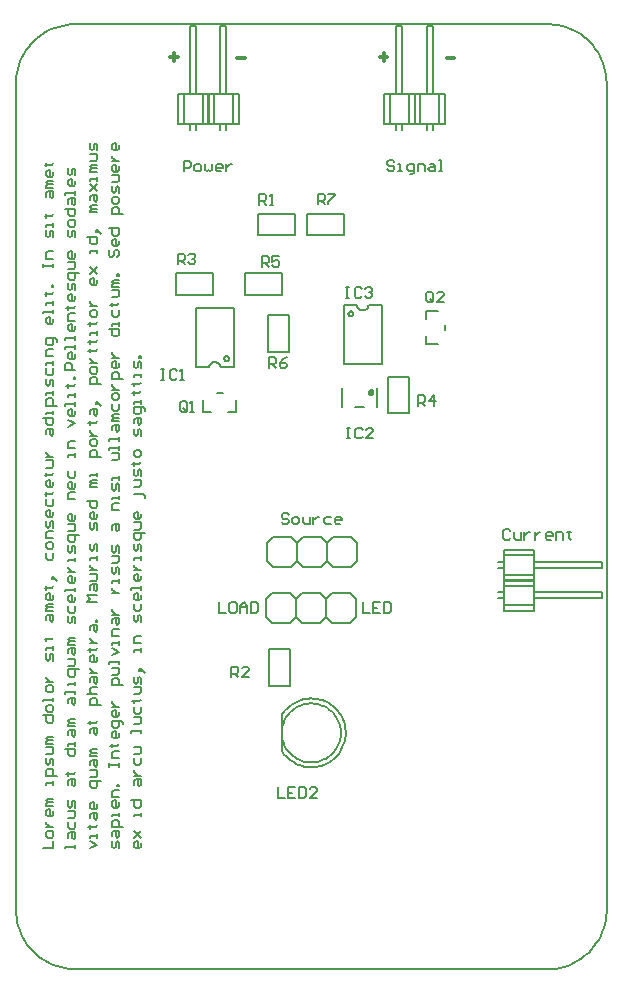
<source format=gto>
%FSDAX24Y24*%
%MOIN*%
%SFA1B1*%

%IPPOS*%
%ADD17C,0.007900*%
%ADD22C,0.011800*%
%LNcurrentsource-1*%
%LPD*%
G54D17*
X048228Y046654D02*
D01*
X048271Y046586*
X048319Y046522*
X048372Y046462*
X048429Y046405*
X048489Y046353*
X048553Y046304*
X048620Y046261*
X048690Y046222*
X048763Y046188*
X048838Y046159*
X048914Y046136*
X048992Y046118*
X049071Y046105*
X049151Y046098*
X049231Y046097*
X049311Y046101*
X049391Y046111*
X049470Y046126*
X049547Y046147*
X049623Y046173*
X049696Y046204*
X049768Y046240*
X049836Y046282*
X049902Y046328*
X049964Y046378*
X050023Y046433*
X050078Y046491*
X050128Y046554*
X050174Y046619*
X050215Y046688*
X050252Y046759*
X050283Y046833*
X050309Y046909*
X050330Y046986*
X050345Y047065*
X050355Y047144*
X050359Y047224*
X050358Y047304*
X050351Y047384*
X050338Y047463*
X050320Y047541*
X050297Y047618*
X050268Y047693*
X050234Y047765*
X050196Y047836*
X050152Y047903*
X050104Y047967*
X050051Y048027*
X049994Y048084*
X049934Y048136*
X049870Y048185*
X049803Y048228*
X049733Y048267*
X049660Y048301*
X049585Y048330*
X049509Y048353*
X049431Y048371*
X049352Y048384*
X049272Y048391*
X049192Y048392*
X049112Y048388*
X049032Y048378*
X048953Y048363*
X048876Y048342*
X048800Y048316*
X048727Y048285*
X048655Y048249*
X048587Y048207*
X048521Y048161*
X048459Y048111*
X048400Y048056*
X048345Y047998*
X048295Y047935*
X048249Y047870*
X048228Y047835*
X050197Y047244D02*
D01*
X050194Y047312*
X050187Y047380*
X050175Y047448*
X050158Y047515*
X050137Y047580*
X050111Y047644*
X050081Y047705*
X050047Y047765*
X050009Y047822*
X049966Y047876*
X049920Y047927*
X049871Y047975*
X049818Y048019*
X049763Y048059*
X049705Y048096*
X049644Y048128*
X049581Y048156*
X049517Y048179*
X049451Y048198*
X049383Y048213*
X049315Y048222*
X049247Y048227*
X049178*
X049110Y048222*
X049042Y048213*
X048974Y048198*
X048908Y048179*
X048844Y048156*
X048781Y048128*
X048721Y048096*
X048662Y048059*
X048607Y048019*
X048554Y047975*
X048505Y047927*
X048459Y047876*
X048416Y047822*
X048378Y047765*
X048344Y047705*
X048314Y047644*
X048288Y047580*
X048267Y047515*
X048250Y047448*
X048238Y047380*
X048231Y047312*
X048229Y047244*
X048231Y047175*
X048238Y047107*
X048250Y047039*
X048267Y046972*
X048288Y046907*
X048314Y046843*
X048344Y046782*
X048378Y046722*
X048416Y046665*
X048459Y046611*
X048505Y046560*
X048554Y046512*
X048607Y046468*
X048662Y046428*
X048721Y046391*
X048781Y046359*
X048844Y046331*
X048908Y046308*
X048974Y046289*
X049042Y046274*
X049110Y046265*
X049178Y046260*
X049247*
X049315Y046265*
X049383Y046274*
X049451Y046289*
X049517Y046308*
X049581Y046331*
X049644Y046359*
X049705Y046391*
X049763Y046428*
X049818Y046468*
X049871Y046512*
X049920Y046560*
X049966Y046611*
X050009Y046665*
X050047Y046722*
X050081Y046782*
X050111Y046843*
X050137Y046907*
X050158Y046972*
X050175Y047039*
X050187Y047107*
X050194Y047175*
X050197Y047244*
X050726Y061494D02*
D01*
X050729Y061480*
X050734Y061467*
X050739Y061454*
X050745Y061441*
X050752Y061429*
X050760Y061417*
X050769Y061406*
X050779Y061396*
X050789Y061386*
X050800Y061377*
X050811Y061369*
X050823Y061362*
X050836Y061355*
X050849Y061350*
X050862Y061345*
X050876Y061341*
X050889Y061338*
X050903Y061337*
X050918Y061336*
X050932Y061336*
X050946Y061337*
X050960Y061339*
X050973Y061342*
X050987Y061346*
X051000Y061351*
X051013Y061357*
X051025Y061364*
X051037Y061371*
X051048Y061380*
X051059Y061389*
X051069Y061399*
X051078Y061409*
X051087Y061421*
X051095Y061432*
X051102Y061445*
X051108Y061457*
X051113Y061470*
X051117Y061484*
X051120Y061494*
X050608Y061219D02*
D01*
X050607Y061224*
X050607Y061229*
X050606Y061235*
X050604Y061240*
X050603Y061246*
X050601Y061251*
X050598Y061256*
X050595Y061260*
X050592Y061265*
X050589Y061269*
X050585Y061273*
X050581Y061277*
X050577Y061281*
X050573Y061284*
X050568Y061287*
X050563Y061290*
X050558Y061292*
X050553Y061294*
X050548Y061295*
X050542Y061296*
X050537Y061297*
X050531Y061297*
X050526*
X050520Y061297*
X050515Y061296*
X050509Y061295*
X050504Y061294*
X050499Y061292*
X050494Y061290*
X050489Y061287*
X050484Y061284*
X050480Y061281*
X050476Y061277*
X050472Y061273*
X050468Y061269*
X050465Y061265*
X050462Y061260*
X050459Y061256*
X050456Y061251*
X050454Y061246*
X050453Y061240*
X050451Y061235*
X050450Y061229*
X050450Y061224*
X050450Y061219*
X050450Y061213*
X050450Y061208*
X050451Y061202*
X050453Y061197*
X050454Y061191*
X050456Y061186*
X050459Y061181*
X050462Y061177*
X050465Y061172*
X050468Y061168*
X050472Y061164*
X050476Y061160*
X050480Y061156*
X050484Y061153*
X050489Y061150*
X050494Y061147*
X050499Y061145*
X050504Y061143*
X050509Y061142*
X050515Y061141*
X050520Y061140*
X050526Y061140*
X050531*
X050537Y061140*
X050542Y061141*
X050548Y061142*
X050553Y061143*
X050558Y061145*
X050563Y061147*
X050568Y061150*
X050573Y061153*
X050577Y061156*
X050581Y061160*
X050585Y061164*
X050589Y061168*
X050592Y061172*
X050595Y061177*
X050598Y061181*
X050601Y061186*
X050603Y061191*
X050604Y061197*
X050606Y061202*
X050607Y061208*
X050607Y061213*
X050608Y061219*
X051246Y058598D02*
D01*
X051245Y058600*
X051245Y058603*
X051245Y058606*
X051244Y058608*
X051243Y058611*
X051242Y058613*
X051241Y058616*
X051240Y058618*
X051238Y058620*
X051236Y058623*
X051235Y058625*
X051233Y058626*
X051231Y058628*
X051228Y058630*
X051226Y058631*
X051224Y058633*
X051221Y058634*
X051219Y058635*
X051216Y058635*
X051213Y058636*
X051211Y058636*
X051208Y058636*
X051205*
X051202Y058636*
X051200Y058636*
X051197Y058635*
X051194Y058635*
X051192Y058634*
X051189Y058633*
X051187Y058631*
X051185Y058630*
X051182Y058628*
X051180Y058626*
X051178Y058625*
X051177Y058623*
X051175Y058620*
X051173Y058618*
X051172Y058616*
X051171Y058613*
X051170Y058611*
X051169Y058608*
X051168Y058606*
X051168Y058603*
X051168Y058600*
X051168Y058598*
X051168Y058595*
X051168Y058592*
X051168Y058589*
X051169Y058587*
X051170Y058584*
X051171Y058582*
X051172Y058579*
X051173Y058577*
X051175Y058575*
X051177Y058572*
X051178Y058570*
X051180Y058569*
X051182Y058567*
X051185Y058565*
X051187Y058564*
X051189Y058562*
X051192Y058561*
X051194Y058560*
X051197Y058560*
X051200Y058559*
X051202Y058559*
X051205Y058559*
X051208*
X051211Y058559*
X051213Y058559*
X051216Y058560*
X051219Y058560*
X051221Y058561*
X051224Y058562*
X051226Y058564*
X051228Y058565*
X051231Y058567*
X051233Y058569*
X051235Y058570*
X051236Y058572*
X051238Y058575*
X051240Y058577*
X051241Y058579*
X051242Y058582*
X051243Y058584*
X051244Y058587*
X051245Y058589*
X051245Y058592*
X051245Y058595*
X051246Y058598*
X051285D02*
D01*
X051284Y058603*
X051284Y058608*
X051283Y058614*
X051281Y058619*
X051280Y058625*
X051278Y058630*
X051275Y058635*
X051272Y058639*
X051269Y058644*
X051266Y058648*
X051262Y058652*
X051258Y058656*
X051254Y058660*
X051250Y058663*
X051245Y058666*
X051240Y058669*
X051235Y058671*
X051230Y058673*
X051225Y058674*
X051219Y058675*
X051214Y058676*
X051208Y058676*
X051203*
X051197Y058676*
X051192Y058675*
X051186Y058674*
X051181Y058673*
X051176Y058671*
X051171Y058669*
X051166Y058666*
X051161Y058663*
X051157Y058660*
X051153Y058656*
X051149Y058652*
X051145Y058648*
X051142Y058644*
X051139Y058639*
X051136Y058635*
X051133Y058630*
X051131Y058625*
X051130Y058619*
X051128Y058614*
X051127Y058608*
X051127Y058603*
X051127Y058598*
X051127Y058592*
X051127Y058587*
X051128Y058581*
X051130Y058576*
X051131Y058570*
X051133Y058565*
X051136Y058560*
X051139Y058556*
X051142Y058551*
X051145Y058547*
X051149Y058543*
X051153Y058539*
X051157Y058535*
X051161Y058532*
X051166Y058529*
X051171Y058526*
X051176Y058524*
X051181Y058522*
X051186Y058521*
X051192Y058520*
X051197Y058519*
X051203Y058519*
X051208*
X051214Y058519*
X051219Y058520*
X051225Y058521*
X051230Y058522*
X051235Y058524*
X051240Y058526*
X051245Y058529*
X051250Y058532*
X051254Y058535*
X051258Y058539*
X051262Y058543*
X051266Y058547*
X051269Y058551*
X051272Y058556*
X051275Y058560*
X051278Y058565*
X051280Y058570*
X051281Y058576*
X051283Y058581*
X051284Y058587*
X051284Y058592*
X051285Y058598*
X046194Y059450D02*
D01*
X046190Y059463*
X046185Y059476*
X046180Y059489*
X046174Y059502*
X046167Y059514*
X046159Y059526*
X046150Y059537*
X046140Y059547*
X046130Y059557*
X046119Y059566*
X046108Y059574*
X046096Y059581*
X046083Y059588*
X046070Y059593*
X046057Y059598*
X046043Y059602*
X046030Y059605*
X046016Y059606*
X046001Y059607*
X045987Y059607*
X045973Y059606*
X045959Y059604*
X045946Y059601*
X045932Y059597*
X045919Y059592*
X045906Y059586*
X045894Y059579*
X045882Y059572*
X045871Y059563*
X045860Y059554*
X045850Y059544*
X045841Y059534*
X045832Y059522*
X045824Y059511*
X045817Y059498*
X045811Y059486*
X045806Y059473*
X045802Y059459*
X045800Y059450*
X046469Y059725D02*
D01*
X046468Y059730*
X046468Y059735*
X046467Y059741*
X046465Y059746*
X046464Y059752*
X046462Y059757*
X046459Y059762*
X046456Y059766*
X046453Y059771*
X046450Y059775*
X046446Y059779*
X046442Y059783*
X046438Y059787*
X046434Y059790*
X046429Y059793*
X046424Y059796*
X046419Y059798*
X046414Y059800*
X046409Y059801*
X046403Y059802*
X046398Y059803*
X046392Y059803*
X046387*
X046381Y059803*
X046376Y059802*
X046370Y059801*
X046365Y059800*
X046360Y059798*
X046355Y059796*
X046350Y059793*
X046345Y059790*
X046341Y059787*
X046337Y059783*
X046333Y059779*
X046329Y059775*
X046326Y059771*
X046323Y059766*
X046320Y059762*
X046317Y059757*
X046315Y059752*
X046314Y059746*
X046312Y059741*
X046311Y059735*
X046311Y059730*
X046311Y059725*
X046311Y059719*
X046311Y059714*
X046312Y059708*
X046314Y059703*
X046315Y059697*
X046317Y059692*
X046320Y059687*
X046323Y059683*
X046326Y059678*
X046329Y059674*
X046333Y059670*
X046337Y059666*
X046341Y059662*
X046345Y059659*
X046350Y059656*
X046355Y059653*
X046360Y059651*
X046365Y059649*
X046370Y059648*
X046376Y059647*
X046381Y059646*
X046387Y059646*
X046392*
X046398Y059646*
X046403Y059647*
X046409Y059648*
X046414Y059649*
X046419Y059651*
X046424Y059653*
X046429Y059656*
X046434Y059659*
X046438Y059662*
X046442Y059666*
X046446Y059670*
X046450Y059674*
X046453Y059678*
X046456Y059683*
X046459Y059687*
X046462Y059692*
X046464Y059697*
X046465Y059703*
X046467Y059708*
X046468Y059714*
X046468Y059719*
X046469Y059725*
X047756Y059950D02*
X048464D01*
X047756D02*
Y061170D01*
X048464*
Y059950D02*
Y061170D01*
X048220Y061856D02*
Y062564D01*
X047000Y061856D02*
X048220D01*
X047000D02*
Y062564D01*
X048220*
X051756Y057900D02*
X052464D01*
X051756D02*
Y059120D01*
X052464*
Y057900D02*
Y059120D01*
X044700Y061856D02*
Y062564D01*
X045920*
Y061856D02*
Y062564D01*
X044700Y061856D02*
X045920D01*
X047796Y050030D02*
X048504D01*
Y048810D02*
Y050030D01*
X047796Y048810D02*
X048504D01*
X047796D02*
Y050030D01*
X053035Y060209D02*
Y060484D01*
Y060209D02*
X053429D01*
X053035Y061311D02*
X053429D01*
X053035Y061036D02*
Y061311D01*
X053665Y060662D02*
Y060858D01*
X046436Y057935D02*
X046711D01*
Y058329*
X045609Y057935D02*
Y058329D01*
Y057935D02*
X045884D01*
X046062Y058565D02*
X046258D01*
X048228Y046654D02*
Y047835D01*
X051553Y060549D02*
Y061416D01*
Y059526D02*
Y060549D01*
X050293Y059526D02*
X051553D01*
X050293D02*
Y061494D01*
X050726*
X051120D02*
X051553D01*
Y061416D02*
Y061494D01*
X050222Y058125D02*
Y058755D01*
X050655Y058125D02*
X050970D01*
X051403D02*
Y058755D01*
X045367Y059528D02*
Y060395D01*
Y061418*
X046627*
Y059450D02*
Y061418D01*
X046194Y059450D02*
X046627D01*
X045367D02*
X045800D01*
X045367D02*
Y059528D01*
X048513Y051920D02*
X048713Y051720D01*
X047913Y050920D02*
X048513D01*
X047713Y051120D02*
X047913Y050920D01*
X047713Y051120D02*
Y051420D01*
X048513Y050920D02*
X048713Y051120D01*
Y051720*
X047913Y051920D02*
X048513D01*
X047713Y051720D02*
X047913Y051920D01*
X047713Y051420D02*
Y051720D01*
X048713Y051420D02*
Y051720D01*
X048913Y051920*
X049513*
X049713Y051120D02*
Y051720D01*
X049513Y050920D02*
X049713Y051120D01*
X048713D02*
Y051420D01*
Y051120D02*
X048913Y050920D01*
X049513*
Y051920D02*
X049713Y051720D01*
Y051420D02*
Y051720D01*
X049913Y051920*
X050513*
X050713Y051120D02*
Y051720D01*
X050513Y050920D02*
X050713Y051120D01*
X049713D02*
Y051420D01*
Y051120D02*
X049913Y050920D01*
X050513*
Y051920D02*
X050713Y051720D01*
X044776Y067529D02*
Y068529D01*
X045376D02*
Y070799D01*
X045176Y068529D02*
Y070799D01*
X045376*
X045176Y067329D02*
Y067529D01*
X045376Y067329D02*
Y067529D01*
X044953Y067531D02*
Y068516D01*
X045795Y067529D02*
Y068529D01*
X045598Y067531D02*
Y068516D01*
X044776Y068529D02*
X045795D01*
X044776Y067529D02*
X045795D01*
X045784D02*
X046804D01*
X045784Y068529D02*
X046804D01*
X046607Y067531D02*
Y068516D01*
X046804Y067529D02*
Y068529D01*
X045962Y067531D02*
Y068516D01*
X046384Y067329D02*
Y067529D01*
X046184Y067329D02*
Y067529D01*
Y070799D02*
X046384D01*
X046184Y068529D02*
Y070799D01*
X046384Y068529D02*
Y070799D01*
X045784Y067529D02*
Y068529D01*
X051650Y067529D02*
Y068529D01*
X052250D02*
Y070799D01*
X052050Y068529D02*
Y070799D01*
X052250*
X052050Y067329D02*
Y067529D01*
X052250Y067329D02*
Y067529D01*
X051827Y067531D02*
Y068516D01*
X052669Y067529D02*
Y068529D01*
X052472Y067531D02*
Y068516D01*
X051650Y068529D02*
X052669D01*
X051650Y067529D02*
X052669D01*
X052658D02*
X053678D01*
X052658Y068529D02*
X053678D01*
X053481Y067531D02*
Y068516D01*
X053678Y067529D02*
Y068529D01*
X052836Y067531D02*
Y068516D01*
X053258Y067329D02*
Y067529D01*
X053058Y067329D02*
Y067529D01*
Y070799D02*
X053258D01*
X053058Y068529D02*
Y070799D01*
X053258Y068529D02*
Y070799D01*
X052658Y067529D02*
Y068529D01*
X050540Y053790D02*
X050740Y053590D01*
X049940Y052790D02*
X050540D01*
X049740Y052990D02*
X049940Y052790D01*
X049740Y052990D02*
Y053290D01*
X050540Y052790D02*
X050740Y052990D01*
Y053590*
X049940Y053790D02*
X050540D01*
X049740Y053590D02*
X049940Y053790D01*
X049740Y053290D02*
Y053590D01*
X049540Y053790D02*
X049740Y053590D01*
X048940Y052790D02*
X049540D01*
X048740Y052990D02*
X048940Y052790D01*
X048740Y052990D02*
Y053290D01*
X049540Y052790D02*
X049740Y052990D01*
Y053590*
X048940Y053790D02*
X049540D01*
X048740Y053590D02*
X048940Y053790D01*
X048740Y053290D02*
Y053590D01*
X047740Y053290D02*
Y053590D01*
X047940Y053790*
X048540*
X048740Y052990D02*
Y053590D01*
X048540Y052790D02*
X048740Y052990D01*
X047740D02*
Y053290D01*
Y052990D02*
X047940Y052790D01*
X048540*
Y053790D02*
X048740Y053590D01*
X047440Y063826D02*
X048660D01*
Y064534*
X047440D02*
X048660D01*
X047440Y063826D02*
Y064534D01*
X049080Y063826D02*
X050300D01*
Y064534*
X049080D02*
X050300D01*
X049080Y063826D02*
Y064534D01*
X055620Y053340D02*
X056620D01*
Y052740D02*
X058890D01*
X056620Y052940D02*
X058890D01*
Y052740D02*
Y052940D01*
X055420D02*
X055620D01*
X055420Y052740D02*
X055620D01*
X055622Y053163D02*
X056607D01*
X055620Y052320D02*
X056620D01*
X055622Y052517D02*
X056607D01*
X056620Y052320D02*
Y053340D01*
X055620Y052320D02*
Y053340D01*
Y051311D02*
Y052331D01*
X056620Y051311D02*
Y052331D01*
X055622Y051508D02*
X056607D01*
X055620Y051311D02*
X056620D01*
X055622Y052154D02*
X056607D01*
X055420Y051731D02*
X055620D01*
X055420Y051931D02*
X055620D01*
X058890Y051731D02*
Y051931D01*
X056620D02*
X058890D01*
X056620Y051731D02*
X058890D01*
X055620Y052331D02*
X056620D01*
X040261Y043399D02*
X040615D01*
Y043635*
Y043812D02*
Y043930D01*
X040556Y043989*
X040438*
X040379Y043930*
Y043812*
X040438Y043753*
X040556*
X040615Y043812*
X040379Y044107D02*
X040615D01*
X040497*
X040438Y044166*
X040379Y044225*
Y044284*
X040615Y044639D02*
Y044520D01*
X040556Y044461*
X040438*
X040379Y044520*
Y044639*
X040438Y044698*
X040497*
Y044461*
X040615Y044816D02*
X040379D01*
Y044875*
X040438Y044934*
X040615*
X040438*
X040379Y044993*
X040438Y045052*
X040615*
Y045524D02*
Y045642D01*
Y045583*
X040379*
Y045524*
X040733Y045819D02*
X040379D01*
Y045996*
X040438Y046055*
X040556*
X040615Y045996*
Y045819*
Y046173D02*
Y046351D01*
X040556Y046410*
X040497Y046351*
Y046232*
X040438Y046173*
X040379Y046232*
Y046410*
Y046528D02*
X040556D01*
X040615Y046587*
Y046764*
X040379*
X040615Y046882D02*
X040379D01*
Y046941*
X040438Y047000*
X040615*
X040438*
X040379Y047059*
X040438Y047118*
X040615*
X040261Y047826D02*
X040615D01*
Y047649*
X040556Y047590*
X040438*
X040379Y047649*
Y047826*
X040615Y048004D02*
Y048122D01*
X040556Y048181*
X040438*
X040379Y048122*
Y048004*
X040438Y047945*
X040556*
X040615Y048004*
Y048299D02*
Y048417D01*
Y048358*
X040261*
Y048299*
X040615Y048653D02*
Y048771D01*
X040556Y048830*
X040438*
X040379Y048771*
Y048653*
X040438Y048594*
X040556*
X040615Y048653*
X040379Y048948D02*
X040615D01*
X040497*
X040438Y049007*
X040379Y049066*
Y049125*
X040615Y049657D02*
Y049834D01*
X040556Y049893*
X040497Y049834*
Y049716*
X040438Y049657*
X040379Y049716*
Y049893*
X040615Y050011D02*
Y050129D01*
Y050070*
X040379*
Y050011*
X040320Y050365D02*
X040379D01*
Y050306*
Y050424*
Y050365*
X040556*
X040615Y050424*
X040379Y051014D02*
Y051132D01*
X040438Y051191*
X040615*
Y051014*
X040556Y050955*
X040497Y051014*
Y051191*
X040615Y051310D02*
X040379D01*
Y051369*
X040438Y051428*
X040615*
X040438*
X040379Y051487*
X040438Y051546*
X040615*
Y051841D02*
Y051723D01*
X040556Y051664*
X040438*
X040379Y051723*
Y051841*
X040438Y051900*
X040497*
Y051664*
X040320Y052077D02*
X040379D01*
Y052018*
Y052136*
Y052077*
X040556*
X040615Y052136*
X040674Y052372D02*
X040615Y052431D01*
X040556*
Y052372*
X040615*
Y052431*
X040674Y052372*
X040733Y052313*
X040379Y053258D02*
Y053081D01*
X040438Y053022*
X040556*
X040615Y053081*
Y053258*
Y053435D02*
Y053553D01*
X040556Y053612*
X040438*
X040379Y053553*
Y053435*
X040438Y053376*
X040556*
X040615Y053435*
Y053730D02*
X040379D01*
Y053907*
X040438Y053966*
X040615*
Y054084D02*
Y054261D01*
X040556Y054320*
X040497Y054261*
Y054143*
X040438Y054084*
X040379Y054143*
Y054320*
X040615Y054616D02*
Y054498D01*
X040556Y054438*
X040438*
X040379Y054498*
Y054616*
X040438Y054675*
X040497*
Y054438*
X040379Y055029D02*
Y054852D01*
X040438Y054793*
X040556*
X040615Y054852*
Y055029*
X040320Y055206D02*
X040379D01*
Y055147*
Y055265*
Y055206*
X040556*
X040615Y055265*
Y055619D02*
Y055501D01*
X040556Y055442*
X040438*
X040379Y055501*
Y055619*
X040438Y055678*
X040497*
Y055442*
X040320Y055855D02*
X040379D01*
Y055796*
Y055914*
Y055855*
X040556*
X040615Y055914*
X040379Y056091D02*
X040556D01*
X040615Y056151*
Y056328*
X040379*
Y056446D02*
X040615D01*
X040497*
X040438Y056505*
X040379Y056564*
Y056623*
Y057213D02*
Y057331D01*
X040438Y057390*
X040615*
Y057213*
X040556Y057154*
X040497Y057213*
Y057390*
X040261Y057744D02*
X040615D01*
Y057567*
X040556Y057508*
X040438*
X040379Y057567*
Y057744*
X040615Y057863D02*
Y057981D01*
Y057922*
X040379*
Y057863*
X040733Y058158D02*
X040379D01*
Y058335*
X040438Y058394*
X040556*
X040615Y058335*
Y058158*
Y058512D02*
Y058630D01*
Y058571*
X040379*
Y058512*
X040615Y058807D02*
Y058984D01*
X040556Y059043*
X040497Y058984*
Y058866*
X040438Y058807*
X040379Y058866*
Y059043*
Y059398D02*
Y059220D01*
X040438Y059161*
X040556*
X040615Y059220*
Y059398*
Y059516D02*
Y059634D01*
Y059575*
X040379*
Y059516*
X040615Y059811D02*
X040379D01*
Y059988*
X040438Y060047*
X040615*
X040733Y060283D02*
Y060342D01*
X040674Y060401*
X040379*
Y060224*
X040438Y060165*
X040556*
X040615Y060224*
Y060401*
Y061051D02*
Y060932D01*
X040556Y060873*
X040438*
X040379Y060932*
Y061051*
X040438Y061110*
X040497*
Y060873*
X040615Y061228D02*
Y061346D01*
Y061287*
X040261*
Y061228*
X040615Y061523D02*
Y061641D01*
Y061582*
X040379*
Y061523*
X040320Y061877D02*
X040379D01*
Y061818*
Y061936*
Y061877*
X040556*
X040615Y061936*
Y062113D02*
X040556D01*
Y062172*
X040615*
Y062113*
X040261Y062763D02*
Y062881D01*
Y062822*
X040615*
Y062763*
Y062881*
Y063058D02*
X040379D01*
Y063235*
X040438Y063294*
X040615*
Y063766D02*
Y063943D01*
X040556Y064002*
X040497Y063943*
Y063825*
X040438Y063766*
X040379Y063825*
Y064002*
X040615Y064120D02*
Y064238D01*
Y064179*
X040379*
Y064120*
X040320Y064475D02*
X040379D01*
Y064416*
Y064534*
Y064475*
X040556*
X040615Y064534*
X040379Y065124D02*
Y065242D01*
X040438Y065301*
X040615*
Y065124*
X040556Y065065*
X040497Y065124*
Y065301*
X040615Y065419D02*
X040379D01*
Y065478*
X040438Y065537*
X040615*
X040438*
X040379Y065596*
X040438Y065655*
X040615*
Y065950D02*
Y065832D01*
X040556Y065773*
X040438*
X040379Y065832*
Y065950*
X040438Y066010*
X040497*
Y065773*
X040320Y066187D02*
X040379D01*
Y066128*
Y066246*
Y066187*
X040556*
X040615Y066246*
X041347Y043399D02*
Y043517D01*
Y043458*
X040993*
Y043399*
X041111Y043753D02*
Y043871D01*
X041170Y043930*
X041347*
Y043753*
X041288Y043694*
X041229Y043753*
Y043930*
X041111Y044284D02*
Y044107D01*
X041170Y044048*
X041288*
X041347Y044107*
Y044284*
X041111Y044402D02*
X041288D01*
X041347Y044461*
Y044639*
X041111*
X041347Y044757D02*
Y044934D01*
X041288Y044993*
X041229Y044934*
Y044816*
X041170Y044757*
X041111Y044816*
Y044993*
Y045524D02*
Y045642D01*
X041170Y045701*
X041347*
Y045524*
X041288Y045465*
X041229Y045524*
Y045701*
X041052Y045878D02*
X041111D01*
Y045819*
Y045937*
Y045878*
X041288*
X041347Y045937*
X040993Y046705D02*
X041347D01*
Y046528*
X041288Y046469*
X041170*
X041111Y046528*
Y046705*
X041347Y046823D02*
Y046941D01*
Y046882*
X041111*
Y046823*
Y047177D02*
Y047295D01*
X041170Y047354*
X041347*
Y047177*
X041288Y047118*
X041229Y047177*
Y047354*
X041347Y047472D02*
X041111D01*
Y047531*
X041170Y047590*
X041347*
X041170*
X041111Y047649*
X041170Y047708*
X041347*
X041111Y048240D02*
Y048358D01*
X041170Y048417*
X041347*
Y048240*
X041288Y048181*
X041229Y048240*
Y048417*
X041347Y048535D02*
Y048653D01*
Y048594*
X040993*
Y048535*
X041347Y048830D02*
Y048948D01*
Y048889*
X041111*
Y048830*
X041465Y049361D02*
X041111D01*
Y049184*
X041170Y049125*
X041288*
X041347Y049184*
Y049361*
X041111Y049479D02*
X041288D01*
X041347Y049538*
Y049716*
X041111*
Y049893D02*
Y050011D01*
X041170Y050070*
X041347*
Y049893*
X041288Y049834*
X041229Y049893*
Y050070*
X041347Y050188D02*
X041111D01*
Y050247*
X041170Y050306*
X041347*
X041170*
X041111Y050365*
X041170Y050424*
X041347*
Y050896D02*
Y051073D01*
X041288Y051132*
X041229Y051073*
Y050955*
X041170Y050896*
X041111Y050955*
Y051132*
Y051487D02*
Y051310D01*
X041170Y051251*
X041288*
X041347Y051310*
Y051487*
Y051782D02*
Y051664D01*
X041288Y051605*
X041170*
X041111Y051664*
Y051782*
X041170Y051841*
X041229*
Y051605*
X041347Y051959D02*
Y052077D01*
Y052018*
X040993*
Y051959*
X041347Y052431D02*
Y052313D01*
X041288Y052254*
X041170*
X041111Y052313*
Y052431*
X041170Y052490*
X041229*
Y052254*
X041111Y052608D02*
X041347D01*
X041229*
X041170Y052667*
X041111Y052726*
Y052785*
X041347Y052963D02*
Y053081D01*
Y053022*
X041111*
Y052963*
X041347Y053258D02*
Y053435D01*
X041288Y053494*
X041229Y053435*
Y053317*
X041170Y053258*
X041111Y053317*
Y053494*
X041465Y053848D02*
X041111D01*
Y053671*
X041170Y053612*
X041288*
X041347Y053671*
Y053848*
X041111Y053966D02*
X041288D01*
X041347Y054025*
Y054202*
X041111*
X041347Y054498D02*
Y054379D01*
X041288Y054320*
X041170*
X041111Y054379*
Y054498*
X041170Y054557*
X041229*
Y054320*
X041347Y055029D02*
X041111D01*
Y055206*
X041170Y055265*
X041347*
Y055560D02*
Y055442D01*
X041288Y055383*
X041170*
X041111Y055442*
Y055560*
X041170Y055619*
X041229*
Y055383*
X041111Y055973D02*
Y055796D01*
X041170Y055737*
X041288*
X041347Y055796*
Y055973*
Y056446D02*
Y056564D01*
Y056505*
X041111*
Y056446*
X041347Y056741D02*
X041111D01*
Y056918*
X041170Y056977*
X041347*
X041111Y057449D02*
X041347Y057567D01*
X041111Y057685*
X041347Y057981D02*
Y057863D01*
X041288Y057804*
X041170*
X041111Y057863*
Y057981*
X041170Y058040*
X041229*
Y057804*
X041347Y058158D02*
Y058276D01*
Y058217*
X040993*
Y058158*
X041347Y058453D02*
Y058571D01*
Y058512*
X041111*
Y058453*
X041052Y058807D02*
X041111D01*
Y058748*
Y058866*
Y058807*
X041288*
X041347Y058866*
Y059043D02*
X041288D01*
Y059102*
X041347*
Y059043*
Y059338D02*
X040993D01*
Y059516*
X041052Y059575*
X041170*
X041229Y059516*
Y059338*
X041347Y059870D02*
Y059752D01*
X041288Y059693*
X041170*
X041111Y059752*
Y059870*
X041170Y059929*
X041229*
Y059693*
X041347Y060047D02*
Y060165D01*
Y060106*
X040993*
Y060047*
X041347Y060342D02*
Y060460D01*
Y060401*
X040993*
Y060342*
X041347Y060814D02*
Y060696D01*
X041288Y060637*
X041170*
X041111Y060696*
Y060814*
X041170Y060873*
X041229*
Y060637*
X041347Y060991D02*
X041111D01*
Y061169*
X041170Y061228*
X041347*
X041052Y061405D02*
X041111D01*
Y061346*
Y061464*
Y061405*
X041288*
X041347Y061464*
Y061818D02*
Y061700D01*
X041288Y061641*
X041170*
X041111Y061700*
Y061818*
X041170Y061877*
X041229*
Y061641*
X041347Y061995D02*
Y062172D01*
X041288Y062231*
X041229Y062172*
Y062054*
X041170Y061995*
X041111Y062054*
Y062231*
X041465Y062585D02*
X041111D01*
Y062408*
X041170Y062349*
X041288*
X041347Y062408*
Y062585*
X041111Y062704D02*
X041288D01*
X041347Y062763*
Y062940*
X041111*
X041347Y063235D02*
Y063117D01*
X041288Y063058*
X041170*
X041111Y063117*
Y063235*
X041170Y063294*
X041229*
Y063058*
X041347Y063766D02*
Y063943D01*
X041288Y064002*
X041229Y063943*
Y063825*
X041170Y063766*
X041111Y063825*
Y064002*
X041347Y064179D02*
Y064297D01*
X041288Y064357*
X041170*
X041111Y064297*
Y064179*
X041170Y064120*
X041288*
X041347Y064179*
X040993Y064711D02*
X041347D01*
Y064534*
X041288Y064475*
X041170*
X041111Y064534*
Y064711*
Y064888D02*
Y065006D01*
X041170Y065065*
X041347*
Y064888*
X041288Y064829*
X041229Y064888*
Y065065*
X041347Y065183D02*
Y065301D01*
Y065242*
X040993*
Y065183*
X041347Y065655D02*
Y065537D01*
X041288Y065478*
X041170*
X041111Y065537*
Y065655*
X041170Y065714*
X041229*
Y065478*
X041347Y065832D02*
Y066010D01*
X041288Y066069*
X041229Y066010*
Y065891*
X041170Y065832*
X041111Y065891*
Y066069*
X041843Y043399D02*
X042079Y043517D01*
X041843Y043635*
X042079Y043753D02*
Y043871D01*
Y043812*
X041843*
Y043753*
X041784Y044107D02*
X041843D01*
Y044048*
Y044166*
Y044107*
X042020*
X042079Y044166*
X041843Y044402D02*
Y044520D01*
X041902Y044579*
X042079*
Y044402*
X042020Y044343*
X041961Y044402*
Y044579*
X042079Y044875D02*
Y044757D01*
X042020Y044698*
X041902*
X041843Y044757*
Y044875*
X041902Y044934*
X041961*
Y044698*
X042197Y045642D02*
X041843D01*
Y045465*
X041902Y045406*
X042020*
X042079Y045465*
Y045642*
X041843Y045760D02*
X042020D01*
X042079Y045819*
Y045996*
X041843*
Y046173D02*
Y046291D01*
X041902Y046351*
X042079*
Y046173*
X042020Y046114*
X041961Y046173*
Y046351*
X042079Y046469D02*
X041843D01*
Y046528*
X041902Y046587*
X042079*
X041902*
X041843Y046646*
X041902Y046705*
X042079*
X041843Y047236D02*
Y047354D01*
X041902Y047413*
X042079*
Y047236*
X042020Y047177*
X041961Y047236*
Y047413*
X041784Y047590D02*
X041843D01*
Y047531*
Y047649*
Y047590*
X042020*
X042079Y047649*
X042197Y048181D02*
X041843D01*
Y048358*
X041902Y048417*
X042020*
X042079Y048358*
Y048181*
X041725Y048535D02*
X042079D01*
X041902*
X041843Y048594*
Y048712*
X041902Y048771*
X042079*
X041843Y048948D02*
Y049066D01*
X041902Y049125*
X042079*
Y048948*
X042020Y048889*
X041961Y048948*
Y049125*
X041843Y049243D02*
X042079D01*
X041961*
X041902Y049302*
X041843Y049361*
Y049420*
X042079Y049775D02*
Y049657D01*
X042020Y049598*
X041902*
X041843Y049657*
Y049775*
X041902Y049834*
X041961*
Y049598*
X041784Y050011D02*
X041843D01*
Y049952*
Y050070*
Y050011*
X042020*
X042079Y050070*
X041843Y050247D02*
X042079D01*
X041961*
X041902Y050306*
X041843Y050365*
Y050424*
Y050660D02*
Y050778D01*
X041902Y050837*
X042079*
Y050660*
X042020Y050601*
X041961Y050660*
Y050837*
X042079Y050955D02*
X042020D01*
Y051014*
X042079*
Y050955*
Y051605D02*
X041725D01*
X041843Y051723*
X041725Y051841*
X042079*
X041843Y052018D02*
Y052136D01*
X041902Y052195*
X042079*
Y052018*
X042020Y051959*
X041961Y052018*
Y052195*
X041843Y052313D02*
X042020D01*
X042079Y052372*
Y052549*
X041843*
Y052667D02*
X042079D01*
X041961*
X041902Y052726*
X041843Y052785*
Y052845*
X042079Y053022D02*
Y053140D01*
Y053081*
X041843*
Y053022*
X042079Y053317D02*
Y053494D01*
X042020Y053553*
X041961Y053494*
Y053376*
X041902Y053317*
X041843Y053376*
Y053553*
X042079Y054025D02*
Y054202D01*
X042020Y054261*
X041961Y054202*
Y054084*
X041902Y054025*
X041843Y054084*
Y054261*
X042079Y054557D02*
Y054438D01*
X042020Y054379*
X041902*
X041843Y054438*
Y054557*
X041902Y054616*
X041961*
Y054379*
X041725Y054970D02*
X042079D01*
Y054793*
X042020Y054734*
X041902*
X041843Y054793*
Y054970*
X042079Y055442D02*
X041843D01*
Y055501*
X041902Y055560*
X042079*
X041902*
X041843Y055619*
X041902Y055678*
X042079*
Y055796D02*
Y055914D01*
Y055855*
X041843*
Y055796*
X042197Y056446D02*
X041843D01*
Y056623*
X041902Y056682*
X042020*
X042079Y056623*
Y056446*
Y056859D02*
Y056977D01*
X042020Y057036*
X041902*
X041843Y056977*
Y056859*
X041902Y056800*
X042020*
X042079Y056859*
X041843Y057154D02*
X042079D01*
X041961*
X041902Y057213*
X041843Y057272*
Y057331*
X041784Y057567D02*
X041843D01*
Y057508*
Y057626*
Y057567*
X042020*
X042079Y057626*
X041843Y057863D02*
Y057981D01*
X041902Y058040*
X042079*
Y057863*
X042020Y057804*
X041961Y057863*
Y058040*
X042138Y058217D02*
X042079Y058276D01*
X042020*
Y058217*
X042079*
Y058276*
X042138Y058217*
X042197Y058158*
Y058866D02*
X041843D01*
Y059043*
X041902Y059102*
X042020*
X042079Y059043*
Y058866*
Y059279D02*
Y059398D01*
X042020Y059457*
X041902*
X041843Y059398*
Y059279*
X041902Y059220*
X042020*
X042079Y059279*
X041843Y059575D02*
X042079D01*
X041961*
X041902Y059634*
X041843Y059693*
Y059752*
X041784Y059988D02*
X041843D01*
Y059929*
Y060047*
Y059988*
X042020*
X042079Y060047*
X041784Y060283D02*
X041843D01*
Y060224*
Y060342*
Y060283*
X042020*
X042079Y060342*
Y060519D02*
Y060637D01*
Y060578*
X041843*
Y060519*
X041784Y060873D02*
X041843D01*
Y060814*
Y060932*
Y060873*
X042020*
X042079Y060932*
Y061169D02*
Y061287D01*
X042020Y061346*
X041902*
X041843Y061287*
Y061169*
X041902Y061110*
X042020*
X042079Y061169*
X041843Y061464D02*
X042079D01*
X041961*
X041902Y061523*
X041843Y061582*
Y061641*
X042079Y062349D02*
Y062231D01*
X042020Y062172*
X041902*
X041843Y062231*
Y062349*
X041902Y062408*
X041961*
Y062172*
X041843Y062526D02*
X042079Y062763D01*
X041961Y062644*
X041843Y062763*
X042079Y062526*
Y063235D02*
Y063353D01*
Y063294*
X041843*
Y063235*
X041725Y063766D02*
X042079D01*
Y063589*
X042020Y063530*
X041902*
X041843Y063589*
Y063766*
X042138Y063943D02*
X042079Y064002D01*
X042020*
Y063943*
X042079*
Y064002*
X042138Y063943*
X042197Y063884*
X042079Y064593D02*
X041843D01*
Y064652*
X041902Y064711*
X042079*
X041902*
X041843Y064770*
X041902Y064829*
X042079*
X041843Y065006D02*
Y065124D01*
X041902Y065183*
X042079*
Y065006*
X042020Y064947*
X041961Y065006*
Y065183*
X041843Y065301D02*
X042079Y065537D01*
X041961Y065419*
X041843Y065537*
X042079Y065301*
Y065655D02*
Y065773D01*
Y065714*
X041843*
Y065655*
X042079Y065950D02*
X041843D01*
Y066010*
X041902Y066069*
X042079*
X041902*
X041843Y066128*
X041902Y066187*
X042079*
X041843Y066305D02*
X042020D01*
X042079Y066364*
Y066541*
X041843*
X042079Y066659D02*
Y066836D01*
X042020Y066895*
X041961Y066836*
Y066718*
X041902Y066659*
X041843Y066718*
Y066895*
X042811Y043399D02*
Y043576D01*
X042752Y043635*
X042693Y043576*
Y043458*
X042634Y043399*
X042575Y043458*
Y043635*
Y043812D02*
Y043930D01*
X042634Y043989*
X042811*
Y043812*
X042752Y043753*
X042693Y043812*
Y043989*
X042929Y044107D02*
X042575D01*
Y044284*
X042634Y044343*
X042752*
X042811Y044284*
Y044107*
Y044461D02*
Y044579D01*
Y044520*
X042575*
Y044461*
X042811Y044934D02*
Y044816D01*
X042752Y044757*
X042634*
X042575Y044816*
Y044934*
X042634Y044993*
X042693*
Y044757*
X042811Y045111D02*
X042575D01*
Y045288*
X042634Y045347*
X042811*
Y045465D02*
X042752D01*
Y045524*
X042811*
Y045465*
X042457Y046114D02*
Y046232D01*
Y046173*
X042811*
Y046114*
Y046232*
Y046410D02*
X042575D01*
Y046587*
X042634Y046646*
X042811*
X042516Y046823D02*
X042575D01*
Y046764*
Y046882*
Y046823*
X042752*
X042811Y046882*
Y047236D02*
Y047118D01*
X042752Y047059*
X042634*
X042575Y047118*
Y047236*
X042634Y047295*
X042693*
Y047059*
X042929Y047531D02*
Y047590D01*
X042870Y047649*
X042575*
Y047472*
X042634Y047413*
X042752*
X042811Y047472*
Y047649*
Y047945D02*
Y047826D01*
X042752Y047767*
X042634*
X042575Y047826*
Y047945*
X042634Y048004*
X042693*
Y047767*
X042575Y048122D02*
X042811D01*
X042693*
X042634Y048181*
X042575Y048240*
Y048299*
X042929Y048830D02*
X042575D01*
Y049007*
X042634Y049066*
X042752*
X042811Y049007*
Y048830*
X042575Y049184D02*
X042752D01*
X042811Y049243*
Y049420*
X042575*
X042811Y049538D02*
Y049657D01*
Y049598*
X042457*
Y049538*
X042575Y049834D02*
X042811Y049952D01*
X042575Y050070*
X042811Y050188D02*
Y050306D01*
Y050247*
X042575*
Y050188*
X042811Y050483D02*
X042575D01*
Y050660*
X042634Y050719*
X042811*
X042575Y050896D02*
Y051014D01*
X042634Y051073*
X042811*
Y050896*
X042752Y050837*
X042693Y050896*
Y051073*
X042575Y051191D02*
X042811D01*
X042693*
X042634Y051251*
X042575Y051310*
Y051369*
Y051900D02*
X042811D01*
X042693*
X042634Y051959*
X042575Y052018*
Y052077*
X042811Y052254D02*
Y052372D01*
Y052313*
X042575*
Y052254*
X042811Y052549D02*
Y052726D01*
X042752Y052785*
X042693Y052726*
Y052608*
X042634Y052549*
X042575Y052608*
Y052785*
Y052904D02*
X042752D01*
X042811Y052963*
Y053140*
X042575*
X042811Y053258D02*
Y053435D01*
X042752Y053494*
X042693Y053435*
Y053317*
X042634Y053258*
X042575Y053317*
Y053494*
Y054025D02*
Y054143D01*
X042634Y054202*
X042811*
Y054025*
X042752Y053966*
X042693Y054025*
Y054202*
X042811Y054675D02*
X042575D01*
Y054852*
X042634Y054911*
X042811*
Y055029D02*
Y055147D01*
Y055088*
X042575*
Y055029*
X042811Y055324D02*
Y055501D01*
X042752Y055560*
X042693Y055501*
Y055383*
X042634Y055324*
X042575Y055383*
Y055560*
X042811Y055678D02*
Y055796D01*
Y055737*
X042575*
Y055678*
Y056328D02*
X042752D01*
X042811Y056387*
Y056564*
X042575*
X042811Y056682D02*
Y056800D01*
Y056741*
X042457*
Y056682*
X042811Y056977D02*
Y057095D01*
Y057036*
X042457*
Y056977*
X042575Y057331D02*
Y057449D01*
X042634Y057508*
X042811*
Y057331*
X042752Y057272*
X042693Y057331*
Y057508*
X042811Y057626D02*
X042575D01*
Y057685*
X042634Y057744*
X042811*
X042634*
X042575Y057804*
X042634Y057863*
X042811*
X042575Y058217D02*
Y058040D01*
X042634Y057981*
X042752*
X042811Y058040*
Y058217*
Y058394D02*
Y058512D01*
X042752Y058571*
X042634*
X042575Y058512*
Y058394*
X042634Y058335*
X042752*
X042811Y058394*
X042575Y058689D02*
X042811D01*
X042693*
X042634Y058748*
X042575Y058807*
Y058866*
X042929Y059043D02*
X042575D01*
Y059220*
X042634Y059279*
X042752*
X042811Y059220*
Y059043*
Y059575D02*
Y059457D01*
X042752Y059398*
X042634*
X042575Y059457*
Y059575*
X042634Y059634*
X042693*
Y059398*
X042575Y059752D02*
X042811D01*
X042693*
X042634Y059811*
X042575Y059870*
Y059929*
X042457Y060696D02*
X042811D01*
Y060519*
X042752Y060460*
X042634*
X042575Y060519*
Y060696*
X042811Y060814D02*
Y060932D01*
Y060873*
X042575*
Y060814*
Y061346D02*
Y061169D01*
X042634Y061110*
X042752*
X042811Y061169*
Y061346*
X042516Y061523D02*
X042575D01*
Y061464*
Y061582*
Y061523*
X042752*
X042811Y061582*
X042575Y061759D02*
X042752D01*
X042811Y061818*
Y061995*
X042575*
X042811Y062113D02*
X042575D01*
Y062172*
X042634Y062231*
X042811*
X042634*
X042575Y062290*
X042634Y062349*
X042811*
Y062467D02*
X042752D01*
Y062526*
X042811*
Y062467*
X042516Y063353D02*
X042457Y063294D01*
Y063176*
X042516Y063117*
X042575*
X042634Y063176*
Y063294*
X042693Y063353*
X042752*
X042811Y063294*
Y063176*
X042752Y063117*
X042811Y063648D02*
Y063530D01*
X042752Y063471*
X042634*
X042575Y063530*
Y063648*
X042634Y063707*
X042693*
Y063471*
X042457Y064061D02*
X042811D01*
Y063884*
X042752Y063825*
X042634*
X042575Y063884*
Y064061*
X042929Y064534D02*
X042575D01*
Y064711*
X042634Y064770*
X042752*
X042811Y064711*
Y064534*
Y064947D02*
Y065065D01*
X042752Y065124*
X042634*
X042575Y065065*
Y064947*
X042634Y064888*
X042752*
X042811Y064947*
Y065242D02*
Y065419D01*
X042752Y065478*
X042693Y065419*
Y065301*
X042634Y065242*
X042575Y065301*
Y065478*
Y065596D02*
X042752D01*
X042811Y065655*
Y065832*
X042575*
X042811Y066128D02*
Y066010D01*
X042752Y065950*
X042634*
X042575Y066010*
Y066128*
X042634Y066187*
X042693*
Y065950*
X042575Y066305D02*
X042811D01*
X042693*
X042634Y066364*
X042575Y066423*
Y066482*
X042811Y066836D02*
Y066718D01*
X042752Y066659*
X042634*
X042575Y066718*
Y066836*
X042634Y066895*
X042693*
Y066659*
X043543Y043576D02*
Y043458D01*
X043484Y043399*
X043366*
X043307Y043458*
Y043576*
X043366Y043635*
X043425*
Y043399*
X043307Y043753D02*
X043543Y043989D01*
X043425Y043871*
X043307Y043989*
X043543Y043753*
Y044461D02*
Y044579D01*
Y044520*
X043307*
Y044461*
X043189Y044993D02*
X043543D01*
Y044816*
X043484Y044757*
X043366*
X043307Y044816*
Y044993*
Y045524D02*
Y045642D01*
X043366Y045701*
X043543*
Y045524*
X043484Y045465*
X043425Y045524*
Y045701*
X043307Y045819D02*
X043543D01*
X043425*
X043366Y045878*
X043307Y045937*
Y045996*
Y046410D02*
Y046232D01*
X043366Y046173*
X043484*
X043543Y046232*
Y046410*
X043307Y046528D02*
X043484D01*
X043543Y046587*
Y046764*
X043307*
X043543Y047236D02*
Y047354D01*
Y047295*
X043189*
Y047236*
X043307Y047531D02*
X043484D01*
X043543Y047590*
Y047767*
X043307*
Y048122D02*
Y047945D01*
X043366Y047885*
X043484*
X043543Y047945*
Y048122*
X043248Y048299D02*
X043307D01*
Y048240*
Y048358*
Y048299*
X043484*
X043543Y048358*
X043307Y048535D02*
X043484D01*
X043543Y048594*
Y048771*
X043307*
X043543Y048889D02*
Y049066D01*
X043484Y049125*
X043425Y049066*
Y048948*
X043366Y048889*
X043307Y048948*
Y049125*
X043602Y049302D02*
X043543Y049361D01*
X043484*
Y049302*
X043543*
Y049361*
X043602Y049302*
X043661Y049243*
X043543Y049952D02*
Y050070D01*
Y050011*
X043307*
Y049952*
X043543Y050247D02*
X043307D01*
Y050424*
X043366Y050483*
X043543*
Y050955D02*
Y051132D01*
X043484Y051191*
X043425Y051132*
Y051014*
X043366Y050955*
X043307Y051014*
Y051191*
Y051546D02*
Y051369D01*
X043366Y051310*
X043484*
X043543Y051369*
Y051546*
Y051841D02*
Y051723D01*
X043484Y051664*
X043366*
X043307Y051723*
Y051841*
X043366Y051900*
X043425*
Y051664*
X043543Y052018D02*
Y052136D01*
Y052077*
X043189*
Y052018*
X043543Y052490D02*
Y052372D01*
X043484Y052313*
X043366*
X043307Y052372*
Y052490*
X043366Y052549*
X043425*
Y052313*
X043307Y052667D02*
X043543D01*
X043425*
X043366Y052726*
X043307Y052785*
Y052845*
X043543Y053022D02*
Y053140D01*
Y053081*
X043307*
Y053022*
X043543Y053317D02*
Y053494D01*
X043484Y053553*
X043425Y053494*
Y053376*
X043366Y053317*
X043307Y053376*
Y053553*
X043661Y053907D02*
X043307D01*
Y053730*
X043366Y053671*
X043484*
X043543Y053730*
Y053907*
X043307Y054025D02*
X043484D01*
X043543Y054084*
Y054261*
X043307*
X043543Y054557D02*
Y054438D01*
X043484Y054379*
X043366*
X043307Y054438*
Y054557*
X043366Y054616*
X043425*
Y054379*
X043661Y055088D02*
Y055147D01*
X043602Y055206*
X043307*
Y055442D02*
X043484D01*
X043543Y055501*
Y055678*
X043307*
X043543Y055796D02*
Y055973D01*
X043484Y056032*
X043425Y055973*
Y055855*
X043366Y055796*
X043307Y055855*
Y056032*
X043248Y056210D02*
X043307D01*
Y056151*
Y056269*
Y056210*
X043484*
X043543Y056269*
Y056505D02*
Y056623D01*
X043484Y056682*
X043366*
X043307Y056623*
Y056505*
X043366Y056446*
X043484*
X043543Y056505*
Y057154D02*
Y057331D01*
X043484Y057390*
X043425Y057331*
Y057213*
X043366Y057154*
X043307Y057213*
Y057390*
Y057567D02*
Y057685D01*
X043366Y057744*
X043543*
Y057567*
X043484Y057508*
X043425Y057567*
Y057744*
X043661Y057981D02*
Y058040D01*
X043602Y058099*
X043307*
Y057922*
X043366Y057863*
X043484*
X043543Y057922*
Y058099*
Y058217D02*
Y058335D01*
Y058276*
X043307*
Y058217*
X043248Y058571D02*
X043307D01*
Y058512*
Y058630*
Y058571*
X043484*
X043543Y058630*
X043248Y058866D02*
X043307D01*
Y058807*
Y058925*
Y058866*
X043484*
X043543Y058925*
Y059102D02*
Y059220D01*
Y059161*
X043307*
Y059102*
X043543Y059398D02*
Y059575D01*
X043484Y059634*
X043425Y059575*
Y059457*
X043366Y059398*
X043307Y059457*
Y059634*
X043543Y059752D02*
X043484D01*
Y059811*
X043543*
Y059752*
X050920Y051594D02*
Y051240D01*
X051156*
X051510Y051594D02*
X051274D01*
Y051240*
X051510*
X051274Y051417D02*
X051392D01*
X051628Y051594D02*
Y051240D01*
X051806*
X051865Y051299*
Y051535*
X051806Y051594*
X051628*
X047800Y059410D02*
Y059764D01*
X047977*
X048036Y059705*
Y059587*
X047977Y059528*
X047800*
X047918D02*
X048036Y059410D01*
X048390Y059764D02*
X048272Y059705D01*
X048154Y059587*
Y059469*
X048213Y059410*
X048331*
X048390Y059469*
Y059528*
X048331Y059587*
X048154*
X047560Y062780D02*
Y063134D01*
X047737*
X047796Y063075*
Y062957*
X047737Y062898*
X047560*
X047678D02*
X047796Y062780D01*
X048150Y063134D02*
X047914D01*
Y062957*
X048032Y063016*
X048091*
X048150Y062957*
Y062839*
X048091Y062780*
X047973*
X047914Y062839*
X052770Y058140D02*
Y058494D01*
X052947*
X053006Y058435*
Y058317*
X052947Y058258*
X052770*
X052888D02*
X053006Y058140D01*
X053301D02*
Y058494D01*
X053124Y058317*
X053360*
X044760Y062870D02*
Y063224D01*
X044937*
X044996Y063165*
Y063047*
X044937Y062988*
X044760*
X044878D02*
X044996Y062870D01*
X045114Y063165D02*
X045173Y063224D01*
X045291*
X045350Y063165*
Y063106*
X045291Y063047*
X045232*
X045291*
X045350Y062988*
Y062929*
X045291Y062870*
X045173*
X045114Y062929*
X046550Y049100D02*
Y049454D01*
X046727*
X046786Y049395*
Y049277*
X046727Y049218*
X046550*
X046668D02*
X046786Y049100D01*
X047140D02*
X046904D01*
X047140Y049336*
Y049395*
X047081Y049454*
X046963*
X046904Y049395*
X053276Y061659D02*
Y061895D01*
X053217Y061954*
X053099*
X053040Y061895*
Y061659*
X053099Y061600*
X053217*
X053158Y061718D02*
X053276Y061600D01*
X053217D02*
X053276Y061659D01*
X053630Y061600D02*
X053394D01*
X053630Y061836*
Y061895*
X053571Y061954*
X053453*
X053394Y061895*
X045066Y058009D02*
Y058245D01*
X045007Y058304*
X044889*
X044830Y058245*
Y058009*
X044889Y057950*
X045007*
X044948Y058068D02*
X045066Y057950D01*
X045007D02*
X045066Y058009D01*
X045184Y057950D02*
X045302D01*
X045243*
Y058304*
X045184Y058245*
X048090Y045434D02*
Y045080D01*
X048326*
X048680Y045434D02*
X048444D01*
Y045080*
X048680*
X048444Y045257D02*
X048562D01*
X048798Y045434D02*
Y045080D01*
X048976*
X049035Y045139*
Y045375*
X048976Y045434*
X048798*
X049389Y045080D02*
X049153D01*
X049389Y045316*
Y045375*
X049330Y045434*
X049212*
X049153Y045375*
X050360Y062104D02*
X050478D01*
X050419*
Y061750*
X050360*
X050478*
X050891Y062045D02*
X050832Y062104D01*
X050714*
X050655Y062045*
Y061809*
X050714Y061750*
X050832*
X050891Y061809*
X051009Y062045D02*
X051068Y062104D01*
X051186*
X051246Y062045*
Y061986*
X051186Y061927*
X051127*
X051186*
X051246Y061868*
Y061809*
X051186Y061750*
X051068*
X051009Y061809*
X050390Y057414D02*
X050508D01*
X050449*
Y057060*
X050390*
X050508*
X050921Y057355D02*
X050862Y057414D01*
X050744*
X050685Y057355*
Y057119*
X050744Y057060*
X050862*
X050921Y057119*
X051276Y057060D02*
X051039D01*
X051276Y057296*
Y057355*
X051217Y057414*
X051098*
X051039Y057355*
X044200Y059364D02*
X044318D01*
X044259*
Y059010*
X044200*
X044318*
X044731Y059305D02*
X044672Y059364D01*
X044554*
X044495Y059305*
Y059069*
X044554Y059010*
X044672*
X044731Y059069*
X044849Y059010D02*
X044967D01*
X044908*
Y059364*
X044849Y059305*
X046130Y051604D02*
Y051250D01*
X046366*
X046661Y051604D02*
X046543D01*
X046484Y051545*
Y051309*
X046543Y051250*
X046661*
X046720Y051309*
Y051545*
X046661Y051604*
X046838Y051250D02*
Y051486D01*
X046957Y051604*
X047075Y051486*
Y051250*
Y051427*
X046838*
X047193Y051604D02*
Y051250D01*
X047370*
X047429Y051309*
Y051545*
X047370Y051604*
X047193*
X044960Y065960D02*
Y066314D01*
X045137*
X045196Y066255*
Y066137*
X045137Y066078*
X044960*
X045373Y065960D02*
X045491D01*
X045550Y066019*
Y066137*
X045491Y066196*
X045373*
X045314Y066137*
Y066019*
X045373Y065960*
X045668Y066196D02*
Y066019D01*
X045727Y065960*
X045786Y066019*
X045846Y065960*
X045905Y066019*
Y066196*
X046200Y065960D02*
X046082D01*
X046023Y066019*
Y066137*
X046082Y066196*
X046200*
X046259Y066137*
Y066078*
X046023*
X046377Y066196D02*
Y065960D01*
Y066078*
X046436Y066137*
X046495Y066196*
X046554*
X051986Y066275D02*
X051927Y066334D01*
X051809*
X051750Y066275*
Y066216*
X051809Y066157*
X051927*
X051986Y066098*
Y066039*
X051927Y065980*
X051809*
X051750Y066039*
X052104Y065980D02*
X052222D01*
X052163*
Y066216*
X052104*
X052517Y065862D02*
X052576D01*
X052636Y065921*
Y066216*
X052458*
X052399Y066157*
Y066039*
X052458Y065980*
X052636*
X052754D02*
Y066216D01*
X052931*
X052990Y066157*
Y065980*
X053167Y066216D02*
X053285D01*
X053344Y066157*
Y065980*
X053167*
X053108Y066039*
X053167Y066098*
X053344*
X053462Y065980D02*
X053580D01*
X053521*
Y066334*
X053462*
X048456Y054505D02*
X048397Y054564D01*
X048279*
X048220Y054505*
Y054446*
X048279Y054387*
X048397*
X048456Y054328*
Y054269*
X048397Y054210*
X048279*
X048220Y054269*
X048633Y054210D02*
X048751D01*
X048810Y054269*
Y054387*
X048751Y054446*
X048633*
X048574Y054387*
Y054269*
X048633Y054210*
X048928Y054446D02*
Y054269D01*
X048987Y054210*
X049165*
Y054446*
X049283D02*
Y054210D01*
Y054328*
X049342Y054387*
X049401Y054446*
X049460*
X049873D02*
X049696D01*
X049637Y054387*
Y054269*
X049696Y054210*
X049873*
X050168D02*
X050050D01*
X049991Y054269*
Y054387*
X050050Y054446*
X050168*
X050227Y054387*
Y054328*
X049991*
X047480Y064850D02*
Y065204D01*
X047657*
X047716Y065145*
Y065027*
X047657Y064968*
X047480*
X047598D02*
X047716Y064850D01*
X047834D02*
X047952D01*
X047893*
Y065204*
X047834Y065145*
X049420Y064870D02*
Y065224D01*
X049597*
X049656Y065165*
Y065047*
X049597Y064988*
X049420*
X049538D02*
X049656Y064870D01*
X049774Y065224D02*
X050010D01*
Y065165*
X049774Y064929*
Y064870*
X055846Y053985D02*
X055787Y054044D01*
X055669*
X055610Y053985*
Y053749*
X055669Y053690*
X055787*
X055846Y053749*
X055964Y053926D02*
Y053749D01*
X056023Y053690*
X056200*
Y053926*
X056318D02*
Y053690D01*
Y053808*
X056377Y053867*
X056437Y053926*
X056496*
X056673D02*
Y053690D01*
Y053808*
X056732Y053867*
X056791Y053926*
X056850*
X057204Y053690D02*
X057086D01*
X057027Y053749*
Y053867*
X057086Y053926*
X057204*
X057263Y053867*
Y053808*
X057027*
X057381Y053690D02*
Y053926D01*
X057558*
X057617Y053867*
Y053690*
X057794Y053985D02*
Y053926D01*
X057735*
X057853*
X057794*
Y053749*
X057853Y053690*
X039370Y041340D02*
D01*
X039374Y041202*
X039389Y041065*
X039413Y040930*
X039446Y040797*
X039488Y040666*
X039540Y040539*
X039600Y040415*
X039669Y040296*
X039746Y040182*
X039830Y040074*
X039922Y039972*
X040021Y039876*
X040126Y039788*
X040237Y039707*
X040354Y039634*
X040475Y039570*
X040601Y039514*
X040730Y039467*
X040862Y039429*
X040997Y039400*
X041133Y039381*
X041270Y039372*
X041339Y039371*
X057087D02*
D01*
X057224Y039375*
X057361Y039390*
X057496Y039414*
X057629Y039447*
X057760Y039489*
X057887Y039541*
X058011Y039601*
X058130Y039670*
X058244Y039747*
X058352Y039831*
X058454Y039923*
X058550Y040022*
X058638Y040127*
X058719Y040238*
X058792Y040355*
X058856Y040476*
X058912Y040602*
X058959Y040731*
X058997Y040863*
X059026Y040998*
X059045Y041134*
X059054Y041271*
X059055Y041340*
Y068899D02*
D01*
X059050Y069036*
X059035Y069173*
X059011Y069308*
X058978Y069441*
X058936Y069572*
X058884Y069699*
X058824Y069823*
X058755Y069942*
X058678Y070056*
X058594Y070164*
X058502Y070266*
X058403Y070362*
X058298Y070450*
X058187Y070531*
X058070Y070604*
X057949Y070668*
X057823Y070724*
X057694Y070771*
X057562Y070809*
X057427Y070838*
X057291Y070857*
X057154Y070866*
X057087Y070868*
X041339D02*
D01*
X041201Y070863*
X041064Y070848*
X040929Y070824*
X040796Y070791*
X040665Y070749*
X040538Y070697*
X040414Y070637*
X040295Y070568*
X040181Y070491*
X040073Y070407*
X039971Y070315*
X039875Y070216*
X039787Y070111*
X039706Y070000*
X039633Y069883*
X039569Y069762*
X039513Y069636*
X039466Y069507*
X039428Y069375*
X039399Y069240*
X039380Y069104*
X039371Y068967*
X039370Y068899*
Y041340D02*
Y068899D01*
X041339Y039371D02*
X057087Y039372D01*
X059055Y068899D02*
Y041340D01*
X041339Y070868D02*
X057087D01*
G54D22*
X051490Y069767D02*
X051752D01*
X051621Y069898D02*
Y069636D01*
X053720Y069747D02*
X053982D01*
X046730D02*
X046992D01*
X044500Y069767D02*
X044762D01*
X044631Y069898D02*
Y069636D01*
M02*
</source>
